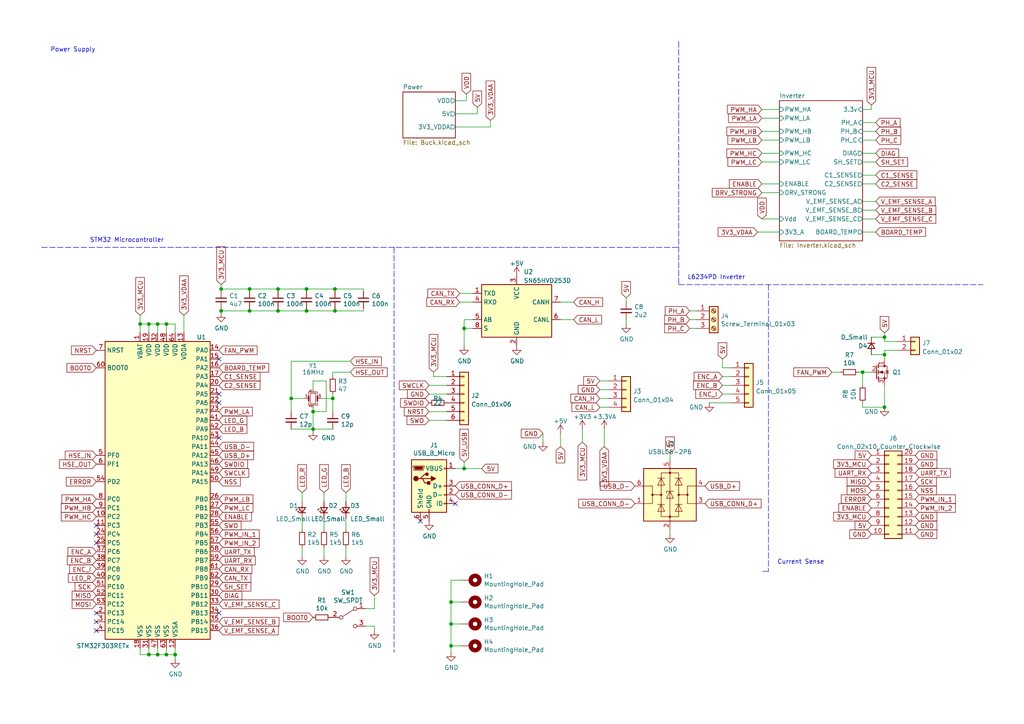
<source format=kicad_sch>
(kicad_sch (version 20211123) (generator eeschema)
  (paper "A4")
  (title_block (title "Brushless Controller") (date "2021-12-12") (rev "v1.0"))
  (junction (at 97.155 90.17))
  (junction (at 72.39 90.17))
  (junction (at 40.64 93.98))
  (junction (at 43.18 189.865))
  (junction (at 45.72 189.865))
  (junction (at 250.19 107.95))
  (junction (at 134.62 135.89))
  (junction (at 97.155 83.82))
  (junction (at 90.805 119.38))
  (junction (at 72.39 83.82))
  (junction (at 50.8 189.865))
  (junction (at 48.26 189.865))
  (junction (at 88.9 90.17))
  (junction (at 256.54 102.87))
  (junction (at 84.455 115.57))
  (junction (at 80.645 90.17))
  (junction (at 80.645 83.82))
  (junction (at 64.135 90.17))
  (junction (at 256.54 118.11))
  (junction (at 43.18 93.98))
  (junction (at 256.54 97.79))
  (junction (at 96.52 115.57))
  (junction (at 48.26 93.98))
  (junction (at 88.9 83.82))
  (junction (at 134.62 95.25))
  (junction (at 64.135 83.82))
  (junction (at 130.81 187.325))
  (junction (at 130.81 174.625))
  (junction (at 130.81 180.975))
  (junction (at 90.805 124.46))
  (junction (at 45.72 93.98))
  (no_connect (at 132.08 146.05))
  (no_connect (at 63.5 177.8))
  (no_connect (at 121.92 151.13))
  (no_connect (at 27.94 157.48))
  (no_connect (at 27.94 154.94))
  (no_connect (at 27.94 152.4))
  (no_connect (at 27.94 177.8))
  (no_connect (at 27.94 180.34))
  (no_connect (at 27.94 182.88))
  (no_connect (at 63.5 114.3))
  (no_connect (at 63.5 116.84))
  (no_connect (at 63.5 127))
  (no_connect (at 63.5 104.14))
  (wire (pts (xy 162.56 125.73) (xy 162.56 129.54)))
  (wire (pts (xy 130.81 168.275) (xy 133.985 168.275)))
  (wire (pts (xy 72.39 83.82) (xy 80.645 83.82)))
  (wire (pts (xy 40.64 93.98) (xy 40.64 96.52)))
  (wire (pts (xy 248.92 107.95) (xy 250.19 107.95)))
  (wire (pts (xy 157.48 125.73) (xy 157.48 128.27)))
  (wire (pts (xy 256.54 99.06) (xy 260.35 99.06)))
  (wire (pts (xy 43.18 187.96) (xy 43.18 189.865)))
  (wire (pts (xy 90.805 118.11) (xy 90.805 119.38)))
  (wire (pts (xy 108.585 182.88) (xy 108.585 181.61)))
  (wire (pts (xy 93.98 161.29) (xy 93.98 158.75)))
  (wire (pts (xy 45.72 93.98) (xy 45.72 96.52)))
  (wire (pts (xy 256.54 96.52) (xy 256.54 97.79)))
  (wire (pts (xy 40.64 91.44) (xy 40.64 93.98)))
  (wire (pts (xy 105.41 90.17) (xy 105.41 89.535)))
  (wire (pts (xy 250.19 111.76) (xy 250.19 107.95)))
  (wire (pts (xy 80.645 89.535) (xy 80.645 90.17)))
  (wire (pts (xy 250.19 63.5) (xy 254 63.5)))
  (wire (pts (xy 173.99 115.57) (xy 176.53 115.57)))
  (wire (pts (xy 101.6 107.95) (xy 96.52 107.95)))
  (wire (pts (xy 40.64 93.98) (xy 43.18 93.98)))
  (wire (pts (xy 135.255 27.305) (xy 135.255 29.21)))
  (wire (pts (xy 130.81 180.975) (xy 130.81 174.625)))
  (wire (pts (xy 252.73 97.79) (xy 256.54 97.79)))
  (wire (pts (xy 250.19 116.84) (xy 250.19 118.11)))
  (wire (pts (xy 142.24 34.925) (xy 142.24 36.83)))
  (wire (pts (xy 53.34 91.44) (xy 53.34 96.52)))
  (wire (pts (xy 90.805 125.095) (xy 90.805 124.46)))
  (wire (pts (xy 50.8 189.865) (xy 48.26 189.865)))
  (wire (pts (xy 175.26 124.46) (xy 175.26 129.54)))
  (wire (pts (xy 220.98 46.99) (xy 226.06 46.99)))
  (wire (pts (xy 90.805 119.38) (xy 90.805 124.46)))
  (wire (pts (xy 101.6 104.775) (xy 84.455 104.775)))
  (wire (pts (xy 205.74 116.84) (xy 212.09 116.84)))
  (wire (pts (xy 200.025 95.25) (xy 201.93 95.25)))
  (wire (pts (xy 181.61 86.36) (xy 181.61 87.63)))
  (wire (pts (xy 88.9 89.535) (xy 88.9 90.17)))
  (wire (pts (xy 100.33 161.29) (xy 100.33 158.75)))
  (wire (pts (xy 133.35 87.63) (xy 137.16 87.63)))
  (wire (pts (xy 88.9 90.17) (xy 80.645 90.17)))
  (wire (pts (xy 134.62 92.71) (xy 137.16 92.71)))
  (wire (pts (xy 219.71 67.31) (xy 226.06 67.31)))
  (wire (pts (xy 90.805 113.03) (xy 90.805 110.49)))
  (polyline (pts (xy 196.85 82.55) (xy 285.115 82.55)))
  (wire (pts (xy 220.98 55.88) (xy 226.06 55.88)))
  (wire (pts (xy 132.08 36.83) (xy 142.24 36.83)))
  (wire (pts (xy 250.19 67.31) (xy 254 67.31)))
  (wire (pts (xy 64.135 90.805) (xy 64.135 90.17)))
  (wire (pts (xy 220.98 34.29) (xy 226.06 34.29)))
  (wire (pts (xy 162.56 92.71) (xy 166.37 92.71)))
  (wire (pts (xy 220.98 53.34) (xy 226.06 53.34)))
  (wire (pts (xy 64.135 83.82) (xy 72.39 83.82)))
  (wire (pts (xy 94.615 110.49) (xy 94.615 119.38)))
  (wire (pts (xy 133.985 174.625) (xy 130.81 174.625)))
  (wire (pts (xy 220.98 38.1) (xy 226.06 38.1)))
  (wire (pts (xy 194.31 153.67) (xy 194.31 154.94)))
  (wire (pts (xy 133.985 187.325) (xy 130.81 187.325)))
  (wire (pts (xy 252.73 31.75) (xy 252.73 30.48)))
  (wire (pts (xy 256.54 101.6) (xy 260.35 101.6)))
  (wire (pts (xy 133.35 85.09) (xy 137.16 85.09)))
  (wire (pts (xy 209.55 114.3) (xy 212.09 114.3)))
  (wire (pts (xy 50.8 93.98) (xy 48.26 93.98)))
  (wire (pts (xy 90.805 124.46) (xy 96.52 124.46)))
  (wire (pts (xy 256.54 104.14) (xy 256.54 102.87)))
  (wire (pts (xy 252.73 102.87) (xy 256.54 102.87)))
  (wire (pts (xy 209.55 109.22) (xy 212.09 109.22)))
  (wire (pts (xy 250.19 46.99) (xy 254 46.99)))
  (wire (pts (xy 50.8 187.96) (xy 50.8 189.865)))
  (wire (pts (xy 173.99 113.03) (xy 176.53 113.03)))
  (wire (pts (xy 97.155 90.17) (xy 88.9 90.17)))
  (wire (pts (xy 220.98 40.64) (xy 226.06 40.64)))
  (wire (pts (xy 84.455 115.57) (xy 88.265 115.57)))
  (wire (pts (xy 130.81 187.325) (xy 130.81 180.975)))
  (wire (pts (xy 80.645 83.82) (xy 88.9 83.82)))
  (wire (pts (xy 241.3 107.95) (xy 243.84 107.95)))
  (wire (pts (xy 133.985 180.975) (xy 130.81 180.975)))
  (wire (pts (xy 105.41 83.82) (xy 97.155 83.82)))
  (wire (pts (xy 250.19 35.56) (xy 254 35.56)))
  (wire (pts (xy 45.72 187.96) (xy 45.72 189.865)))
  (wire (pts (xy 181.61 92.71) (xy 181.61 93.98)))
  (wire (pts (xy 94.615 119.38) (xy 90.805 119.38)))
  (wire (pts (xy 250.19 38.1) (xy 254 38.1)))
  (wire (pts (xy 87.63 142.875) (xy 87.63 145.415)))
  (wire (pts (xy 134.62 100.33) (xy 134.62 95.25)))
  (wire (pts (xy 88.9 83.82) (xy 88.9 84.455)))
  (wire (pts (xy 87.63 161.29) (xy 87.63 158.75)))
  (wire (pts (xy 87.63 153.67) (xy 87.63 150.495)))
  (wire (pts (xy 220.98 44.45) (xy 226.06 44.45)))
  (wire (pts (xy 256.54 102.87) (xy 256.54 101.6)))
  (wire (pts (xy 256.54 97.79) (xy 256.54 99.06)))
  (wire (pts (xy 256.54 118.11) (xy 250.19 118.11)))
  (wire (pts (xy 84.455 104.775) (xy 84.455 115.57)))
  (wire (pts (xy 50.8 191.135) (xy 50.8 189.865)))
  (polyline (pts (xy 222.885 165.735) (xy 220.98 165.735)))
  (wire (pts (xy 43.18 93.98) (xy 43.18 96.52)))
  (wire (pts (xy 84.455 119.38) (xy 84.455 115.57)))
  (wire (pts (xy 93.98 142.875) (xy 93.98 145.415)))
  (polyline (pts (xy 222.885 82.55) (xy 222.885 165.735)))
  (wire (pts (xy 134.62 135.89) (xy 139.7 135.89)))
  (wire (pts (xy 88.9 83.82) (xy 97.155 83.82)))
  (wire (pts (xy 96.52 107.95) (xy 96.52 109.22)))
  (wire (pts (xy 108.585 181.61) (xy 106.045 181.61)))
  (wire (pts (xy 168.91 124.46) (xy 168.91 128.27)))
  (wire (pts (xy 254 50.8) (xy 250.19 50.8)))
  (wire (pts (xy 250.19 31.75) (xy 252.73 31.75)))
  (wire (pts (xy 134.62 95.25) (xy 134.62 92.71)))
  (wire (pts (xy 50.8 96.52) (xy 50.8 93.98)))
  (wire (pts (xy 105.41 84.455) (xy 105.41 83.82)))
  (wire (pts (xy 64.135 83.82) (xy 64.135 84.455)))
  (wire (pts (xy 80.645 83.82) (xy 80.645 84.455)))
  (wire (pts (xy 84.455 124.46) (xy 90.805 124.46)))
  (wire (pts (xy 194.31 131.445) (xy 194.31 133.35)))
  (wire (pts (xy 124.46 111.76) (xy 129.54 111.76)))
  (wire (pts (xy 250.19 58.42) (xy 254 58.42)))
  (wire (pts (xy 43.18 189.865) (xy 40.64 189.865)))
  (wire (pts (xy 97.155 90.17) (xy 105.41 90.17)))
  (wire (pts (xy 250.19 60.96) (xy 254 60.96)))
  (wire (pts (xy 64.135 82.55) (xy 64.135 83.82)))
  (wire (pts (xy 130.81 174.625) (xy 130.81 168.275)))
  (wire (pts (xy 96.52 115.57) (xy 93.345 115.57)))
  (wire (pts (xy 134.62 133.985) (xy 134.62 135.89)))
  (wire (pts (xy 96.52 119.38) (xy 96.52 115.57)))
  (wire (pts (xy 100.33 153.67) (xy 100.33 150.495)))
  (wire (pts (xy 97.155 89.535) (xy 97.155 90.17)))
  (wire (pts (xy 209.55 104.14) (xy 209.55 106.68)))
  (wire (pts (xy 96.52 114.3) (xy 96.52 115.57)))
  (wire (pts (xy 72.39 83.82) (xy 72.39 84.455)))
  (wire (pts (xy 125.73 109.22) (xy 129.54 109.22)))
  (wire (pts (xy 138.43 31.115) (xy 138.43 33.02)))
  (wire (pts (xy 100.33 142.875) (xy 100.33 145.415)))
  (wire (pts (xy 209.55 111.76) (xy 212.09 111.76)))
  (wire (pts (xy 48.26 187.96) (xy 48.26 189.865)))
  (wire (pts (xy 162.56 87.63) (xy 166.37 87.63)))
  (wire (pts (xy 40.64 187.96) (xy 40.64 189.865)))
  (wire (pts (xy 220.98 63.5) (xy 226.06 63.5)))
  (wire (pts (xy 220.98 31.75) (xy 226.06 31.75)))
  (wire (pts (xy 250.19 40.64) (xy 254 40.64)))
  (wire (pts (xy 72.39 89.535) (xy 72.39 90.17)))
  (wire (pts (xy 125.73 107.95) (xy 125.73 109.22)))
  (wire (pts (xy 45.72 189.865) (xy 43.18 189.865)))
  (wire (pts (xy 90.805 110.49) (xy 94.615 110.49)))
  (wire (pts (xy 48.26 189.865) (xy 45.72 189.865)))
  (polyline (pts (xy 196.85 12.065) (xy 196.85 82.55)))
  (wire (pts (xy 124.46 114.3) (xy 129.54 114.3)))
  (wire (pts (xy 209.55 106.68) (xy 212.09 106.68)))
  (wire (pts (xy 124.46 121.92) (xy 129.54 121.92)))
  (wire (pts (xy 254 53.34) (xy 250.19 53.34)))
  (wire (pts (xy 108.585 176.53) (xy 106.045 176.53)))
  (wire (pts (xy 256.54 111.76) (xy 256.54 118.11)))
  (wire (pts (xy 108.585 172.72) (xy 108.585 176.53)))
  (wire (pts (xy 132.08 29.21) (xy 135.255 29.21)))
  (wire (pts (xy 200.025 92.71) (xy 201.93 92.71)))
  (wire (pts (xy 43.18 93.98) (xy 45.72 93.98)))
  (wire (pts (xy 93.98 153.67) (xy 93.98 150.495)))
  (wire (pts (xy 48.26 93.98) (xy 48.26 96.52)))
  (wire (pts (xy 173.99 118.11) (xy 176.53 118.11)))
  (wire (pts (xy 64.135 90.17) (xy 64.135 89.535)))
  (wire (pts (xy 132.08 33.02) (xy 138.43 33.02)))
  (wire (pts (xy 124.46 119.38) (xy 129.54 119.38)))
  (wire (pts (xy 173.99 110.49) (xy 176.53 110.49)))
  (wire (pts (xy 97.155 83.82) (xy 97.155 84.455)))
  (wire (pts (xy 200.025 90.17) (xy 201.93 90.17)))
  (wire (pts (xy 45.72 93.98) (xy 48.26 93.98)))
  (wire (pts (xy 134.62 95.25) (xy 137.16 95.25)))
  (wire (pts (xy 72.39 90.17) (xy 64.135 90.17)))
  (wire (pts (xy 250.19 107.95) (xy 252.73 107.95)))
  (wire (pts (xy 250.19 44.45) (xy 254 44.45)))
  (polyline (pts (xy 12.065 71.755) (xy 196.85 71.755)))
  (polyline (pts (xy 114.3 71.755) (xy 114.3 189.23)))
  (wire (pts (xy 132.08 135.89) (xy 134.62 135.89)))
  (wire (pts (xy 130.81 189.23) (xy 130.81 187.325)))
  (wire (pts (xy 80.645 90.17) (xy 72.39 90.17)))
  (text "STM32 Microcontroller" (at 26.035 70.485 0) (effects (font (size 1.27 1.27)) (justify left bottom)))
  (text "Current Sense" (at 225.425 163.83 0) (effects (font (size 1.27 1.27)) (justify left bottom)))
  (text "Power Supply\n" (at 14.605 15.24 0) (effects (font (size 1.27 1.27)) (justify left bottom)))
  (text "L6234PD Inverter" (at 199.39 81.28 0) (effects (font (size 1.27 1.27)) (justify left bottom)))
  (global_label "3V3_VDAA" (shape input) (at 53.34 91.44 90) (property "Intersheet References" "${INTERSHEET_REFS}" (effects hide)))
  (global_label "V_EMF_SENSE_A" (shape input) (at 254 58.42 0) (property "Intersheet References" "${INTERSHEET_REFS}" (effects hide)))
  (global_label "PH_C" (shape input) (at 200.025 95.25 180) (property "Intersheet References" "${INTERSHEET_REFS}" (effects hide)))
  (global_label "3V3_MCU" (shape input) (at 252.73 149.86 180) (property "Intersheet References" "${INTERSHEET_REFS}" (effects hide)))
  (global_label "GND" (shape input) (at 173.99 113.03 180) (property "Intersheet References" "${INTERSHEET_REFS}" (effects hide)))
  (global_label "MISO" (shape input) (at 27.94 172.72 180) (property "Intersheet References" "${INTERSHEET_REFS}" (effects hide)))
  (global_label "LED_R" (shape input) (at 27.94 167.64 180) (property "Intersheet References" "${INTERSHEET_REFS}" (effects hide)))
  (global_label "PH_C" (shape input) (at 254 40.64 0) (property "Intersheet References" "${INTERSHEET_REFS}" (effects hide)))
  (global_label "5V" (shape input) (at 138.43 31.115 90) (property "Intersheet References" "${INTERSHEET_REFS}" (effects hide)))
  (global_label "NSS" (shape input) (at 265.43 142.24 0) (property "Intersheet References" "${INTERSHEET_REFS}" (effects hide)))
  (global_label "MISO" (shape input) (at 252.73 139.7 180) (property "Intersheet References" "${INTERSHEET_REFS}" (effects hide)))
  (global_label "USB_D+" (shape input) (at 204.47 140.97 0) (property "Intersheet References" "${INTERSHEET_REFS}" (effects hide)))
  (global_label "SCK" (shape input) (at 27.94 170.18 180) (property "Intersheet References" "${INTERSHEET_REFS}" (effects hide)))
  (global_label "CAN_L" (shape input) (at 166.37 92.71 0) (property "Intersheet References" "${INTERSHEET_REFS}" (effects hide)))
  (global_label "SWDIO" (shape input) (at 63.5 134.62 0) (property "Intersheet References" "${INTERSHEET_REFS}" (effects hide)))
  (global_label "C1_SENSE" (shape input) (at 254 50.8 0) (property "Intersheet References" "${INTERSHEET_REFS}" (effects hide)))
  (global_label "UART_RX" (shape input) (at 63.5 162.56 0) (property "Intersheet References" "${INTERSHEET_REFS}" (effects hide)))
  (global_label "PWM_HA" (shape input) (at 220.98 31.75 180) (property "Intersheet References" "${INTERSHEET_REFS}" (effects hide)))
  (global_label "5V" (shape input) (at 252.73 152.4 180) (property "Intersheet References" "${INTERSHEET_REFS}" (effects hide)))
  (global_label "5V" (shape input) (at 252.73 132.08 180) (property "Intersheet References" "${INTERSHEET_REFS}" (effects hide)))
  (global_label "UART_TX" (shape input) (at 265.43 137.16 0) (property "Intersheet References" "${INTERSHEET_REFS}" (effects hide)))
  (global_label "V_EMF_SENSE_C" (shape input) (at 63.5 175.26 0) (property "Intersheet References" "${INTERSHEET_REFS}" (effects hide)))
  (global_label "VDD" (shape input) (at 135.255 27.305 90) (property "Intersheet References" "${INTERSHEET_REFS}" (effects hide)))
  (global_label "NRST" (shape input) (at 124.46 119.38 180) (property "Intersheet References" "${INTERSHEET_REFS}" (effects hide)))
  (global_label "USB_CONN_D-" (shape input) (at 184.15 146.05 180) (property "Intersheet References" "${INTERSHEET_REFS}" (effects hide)))
  (global_label "PWM_LC" (shape input) (at 220.98 46.99 180) (property "Intersheet References" "${INTERSHEET_REFS}" (effects hide)))
  (global_label "V_EMF_SENSE_C" (shape input) (at 254 63.5 0) (property "Intersheet References" "${INTERSHEET_REFS}" (effects hide)))
  (global_label "ENC_I" (shape input) (at 27.94 165.1 180) (property "Intersheet References" "${INTERSHEET_REFS}" (effects hide)))
  (global_label "PH_B" (shape input) (at 200.025 92.71 180) (property "Intersheet References" "${INTERSHEET_REFS}" (effects hide)))
  (global_label "V_EMF_SENSE_A" (shape input) (at 63.5 182.88 0) (property "Intersheet References" "${INTERSHEET_REFS}" (effects hide)))
  (global_label "GND" (shape input) (at 252.73 154.94 180) (property "Intersheet References" "${INTERSHEET_REFS}" (effects hide)))
  (global_label "BOOT0" (shape input) (at 27.94 106.68 180) (property "Intersheet References" "${INTERSHEET_REFS}" (effects hide)))
  (global_label "PWM_LA" (shape input) (at 63.5 119.38 0) (property "Intersheet References" "${INTERSHEET_REFS}" (effects hide)))
  (global_label "ENC_A" (shape input) (at 27.94 160.02 180) (property "Intersheet References" "${INTERSHEET_REFS}" (effects hide)))
  (global_label "PH_A" (shape input) (at 200.025 90.17 180) (property "Intersheet References" "${INTERSHEET_REFS}" (effects hide)))
  (global_label "LED_G" (shape input) (at 93.98 142.875 90) (property "Intersheet References" "${INTERSHEET_REFS}" (effects hide)))
  (global_label "3V3_VDAA" (shape input) (at 142.24 34.925 90) (property "Intersheet References" "${INTERSHEET_REFS}" (effects hide)))
  (global_label "CAN_RX" (shape input) (at 63.5 165.1 0) (property "Intersheet References" "${INTERSHEET_REFS}" (effects hide)))
  (global_label "DRV_STRONG" (shape input) (at 220.98 55.88 180) (property "Intersheet References" "${INTERSHEET_REFS}" (effects hide)))
  (global_label "5V_USB" (shape input) (at 134.62 133.985 90) (property "Intersheet References" "${INTERSHEET_REFS}" (effects hide)))
  (global_label "SH_SET" (shape input) (at 63.5 170.18 0) (property "Intersheet References" "${INTERSHEET_REFS}" (effects hide)))
  (global_label "GND" (shape input) (at 265.43 134.62 0) (property "Intersheet References" "${INTERSHEET_REFS}" (effects hide)))
  (global_label "GND" (shape input) (at 265.43 152.4 0) (property "Intersheet References" "${INTERSHEET_REFS}" (effects hide)))
  (global_label "ENABLE" (shape input) (at 252.73 147.32 180) (property "Intersheet References" "${INTERSHEET_REFS}" (effects hide)))
  (global_label "UART_RX" (shape input) (at 252.73 137.16 180) (property "Intersheet References" "${INTERSHEET_REFS}" (effects hide)))
  (global_label "PWM_IN_1" (shape input) (at 63.5 154.94 0) (property "Intersheet References" "${INTERSHEET_REFS}" (effects hide)))
  (global_label "SCK" (shape input) (at 265.43 139.7 0) (property "Intersheet References" "${INTERSHEET_REFS}" (effects hide)))
  (global_label "C2_SENSE" (shape input) (at 254 53.34 0) (property "Intersheet References" "${INTERSHEET_REFS}" (effects hide)))
  (global_label "USB_CONN_D+" (shape input) (at 204.47 146.05 0) (property "Intersheet References" "${INTERSHEET_REFS}" (effects hide)))
  (global_label "CAN_H" (shape input) (at 173.99 115.57 180) (property "Intersheet References" "${INTERSHEET_REFS}" (effects hide)))
  (global_label "LED_B" (shape input) (at 63.5 124.46 0) (property "Intersheet References" "${INTERSHEET_REFS}" (effects hide)))
  (global_label "3V3_MCU" (shape input) (at 168.91 128.27 270) (property "Intersheet References" "${INTERSHEET_REFS}" (effects hide)))
  (global_label "PWM_LB" (shape input) (at 63.5 144.78 0) (property "Intersheet References" "${INTERSHEET_REFS}" (effects hide)))
  (global_label "GND" (shape input) (at 265.43 154.94 0) (property "Intersheet References" "${INTERSHEET_REFS}" (effects hide)))
  (global_label "HSE_OUT" (shape input) (at 101.6 107.95 0) (property "Intersheet References" "${INTERSHEET_REFS}" (effects hide)))
  (global_label "PWM_IN_2" (shape input) (at 265.43 147.32 0) (property "Intersheet References" "${INTERSHEET_REFS}" (effects hide)))
  (global_label "5V" (shape input) (at 194.31 131.445 90) (property "Intersheet References" "${INTERSHEET_REFS}" (effects hide)))
  (global_label "ENABLE" (shape input) (at 220.98 53.34 180) (property "Intersheet References" "${INTERSHEET_REFS}" (effects hide)))
  (global_label "USB_CONN_D+" (shape input) (at 132.08 140.97 0) (property "Intersheet References" "${INTERSHEET_REFS}" (effects hide)))
  (global_label "BOARD_TEMP" (shape input) (at 254 67.31 0) (property "Intersheet References" "${INTERSHEET_REFS}" (effects hide)))
  (global_label "V_EMF_SENSE_B" (shape input) (at 63.5 180.34 0) (property "Intersheet References" "${INTERSHEET_REFS}" (effects hide)))
  (global_label "PWM_HB" (shape input) (at 27.94 147.32 180) (property "Intersheet References" "${INTERSHEET_REFS}" (effects hide)))
  (global_label "3V3_MCU" (shape input) (at 125.73 107.95 90) (property "Intersheet References" "${INTERSHEET_REFS}" (effects hide)))
  (global_label "CAN_H" (shape input) (at 166.37 87.63 0) (property "Intersheet References" "${INTERSHEET_REFS}" (effects hide)))
  (global_label "PWM_HC" (shape input) (at 27.94 149.86 180) (property "Intersheet References" "${INTERSHEET_REFS}" (effects hide)))
  (global_label "SWO" (shape input) (at 124.46 121.92 180) (property "Intersheet References" "${INTERSHEET_REFS}" (effects hide)))
  (global_label "CAN_TX" (shape input) (at 133.35 85.09 180) (property "Intersheet References" "${INTERSHEET_REFS}" (effects hide)))
  (global_label "5V" (shape input) (at 256.54 96.52 90) (property "Intersheet References" "${INTERSHEET_REFS}" (effects hide)))
  (global_label "3V3_MCU" (shape input) (at 108.585 172.72 90) (property "Intersheet References" "${INTERSHEET_REFS}" (effects hide)))
  (global_label "PWM_HB" (shape input) (at 220.98 38.1 180) (property "Intersheet References" "${INTERSHEET_REFS}" (effects hide)))
  (global_label "3V3_MCU" (shape input) (at 252.73 30.48 90) (property "Intersheet References" "${INTERSHEET_REFS}" (effects hide)))
  (global_label "LED_G" (shape input) (at 63.5 121.92 0) (property "Intersheet References" "${INTERSHEET_REFS}" (effects hide)))
  (global_label "ERROR" (shape input) (at 252.73 144.78 180) (property "Intersheet References" "${INTERSHEET_REFS}" (effects hide)))
  (global_label "SWCLK" (shape input) (at 63.5 137.16 0) (property "Intersheet References" "${INTERSHEET_REFS}" (effects hide)))
  (global_label "CAN_RX" (shape input) (at 133.35 87.63 180) (property "Intersheet References" "${INTERSHEET_REFS}" (effects hide)))
  (global_label "3V3_MCU" (shape input) (at 40.64 91.44 90) (property "Intersheet References" "${INTERSHEET_REFS}" (effects hide)))
  (global_label "PWM_HC" (shape input) (at 220.98 44.45 180) (property "Intersheet References" "${INTERSHEET_REFS}" (effects hide)))
  (global_label "LED_B" (shape input) (at 100.33 142.875 90) (property "Intersheet References" "${INTERSHEET_REFS}" (effects hide)))
  (global_label "PWM_LC" (shape input) (at 63.5 147.32 0) (property "Intersheet References" "${INTERSHEET_REFS}" (effects hide)))
  (global_label "SWO" (shape input) (at 63.5 152.4 0) (property "Intersheet References" "${INTERSHEET_REFS}" (effects hide)))
  (global_label "CAN_TX" (shape input) (at 63.5 167.64 0) (property "Intersheet References" "${INTERSHEET_REFS}" (effects hide)))
  (global_label "GND" (shape input) (at 265.43 149.86 0) (property "Intersheet References" "${INTERSHEET_REFS}" (effects hide)))
  (global_label "3V3_VDAA" (shape input) (at 175.26 129.54 270) (property "Intersheet References" "${INTERSHEET_REFS}" (effects hide)))
  (global_label "5V" (shape input) (at 162.56 129.54 270) (property "Intersheet References" "${INTERSHEET_REFS}" (effects hide)))
  (global_label "C1_SENSE" (shape input) (at 63.5 109.22 0) (property "Intersheet References" "${INTERSHEET_REFS}" (effects hide)))
  (global_label "3V3_VDAA" (shape input) (at 219.71 67.31 180) (property "Intersheet References" "${INTERSHEET_REFS}" (effects hide)))
  (global_label "GND" (shape input) (at 124.46 114.3 180) (property "Intersheet References" "${INTERSHEET_REFS}" (effects hide)))
  (global_label "UART_TX" (shape input) (at 63.5 160.02 0) (property "Intersheet References" "${INTERSHEET_REFS}" (effects hide)))
  (global_label "ENC_I" (shape input) (at 209.55 114.3 180) (property "Intersheet References" "${INTERSHEET_REFS}" (effects hide)))
  (global_label "VDD" (shape input) (at 220.98 63.5 90) (property "Intersheet References" "${INTERSHEET_REFS}" (effects hide)))
  (global_label "PH_A" (shape input) (at 254 35.56 0) (property "Intersheet References" "${INTERSHEET_REFS}" (effects hide)))
  (global_label "MOSI" (shape input) (at 252.73 142.24 180) (property "Intersheet References" "${INTERSHEET_REFS}" (effects hide)))
  (global_label "DIAG" (shape input) (at 254 44.45 0) (property "Intersheet References" "${INTERSHEET_REFS}" (effects hide)))
  (global_label "ENC_B" (shape input) (at 209.55 111.76 180) (property "Intersheet References" "${INTERSHEET_REFS}" (effects hide)))
  (global_label "HSE_OUT" (shape input) (at 27.94 134.62 180) (property "Intersheet References" "${INTERSHEET_REFS}" (effects hide)))
  (global_label "GND" (shape input) (at 157.48 125.73 180) (property "Intersheet References" "${INTERSHEET_REFS}" (effects hide)))
  (global_label "PWM_IN_1" (shape input) (at 265.43 144.78 0) (property "Intersheet References" "${INTERSHEET_REFS}" (effects hide)))
  (global_label "LED_R" (shape input) (at 87.63 142.875 90) (property "Intersheet References" "${INTERSHEET_REFS}" (effects hide)))
  (global_label "HSE_IN" (shape input) (at 27.94 132.08 180) (property "Intersheet References" "${INTERSHEET_REFS}" (effects hide)))
  (global_label "MOSI" (shape input) (at 27.94 175.26 180) (property "Intersheet References" "${INTERSHEET_REFS}" (effects hide)))
  (global_label "SWDIO" (shape input) (at 124.46 116.84 180) (property "Intersheet References" "${INTERSHEET_REFS}" (effects hide)))
  (global_label "3V3_MCU" (shape input) (at 64.135 82.55 90) (property "Intersheet References" "${INTERSHEET_REFS}" (effects hide)))
  (global_label "NRST" (shape input) (at 27.94 101.6 180) (property "Intersheet References" "${INTERSHEET_REFS}" (effects hide)))
  (global_label "PWM_IN_2" (shape input) (at 63.5 157.48 0) (property "Intersheet References" "${INTERSHEET_REFS}" (effects hide)))
  (global_label "CAN_L" (shape input) (at 173.99 118.11 180) (property "Intersheet References" "${INTERSHEET_REFS}" (effects hide)))
  (global_label "PH_B" (shape input) (at 254 38.1 0) (property "Intersheet References" "${INTERSHEET_REFS}" (effects hide)))
  (global_label "SWCLK" (shape input) (at 124.46 111.76 180) (property "Intersheet References" "${INTERSHEET_REFS}" (effects hide)))
  (global_label "GND" (shape input) (at 265.43 132.08 0) (property "Intersheet References" "${INTERSHEET_REFS}" (effects hide)))
  (global_label "USB_D+" (shape input) (at 63.5 132.08 0) (property "Intersheet References" "${INTERSHEET_REFS}" (effects hide)))
  (global_label "5V" (shape input) (at 181.61 86.36 90) (property "Intersheet References" "${INTERSHEET_REFS}" (effects hide)))
  (global_label "PWM_LB" (shape input) (at 220.98 40.64 180) (property "Intersheet References" "${INTERSHEET_REFS}" (effects hide)))
  (global_label "ERROR" (shape input) (at 27.94 139.7 180) (property "Intersheet References" "${INTERSHEET_REFS}" (effects hide)))
  (global_label "3V3_MCU" (shape input) (at 252.73 134.62 180) (property "Intersheet References" "${INTERSHEET_REFS}" (effects hide)))
  (global_label "DIAG" (shape input) (at 63.5 172.72 0) (property "Intersheet References" "${INTERSHEET_REFS}" (effects hide)))
  (global_label "V_EMF_SENSE_B" (shape input) (at 254 60.96 0) (property "Intersheet References" "${INTERSHEET_REFS}" (effects hide)))
  (global_label "FAN_PWM" (shape input) (at 63.5 101.6 0) (property "Intersheet References" "${INTERSHEET_REFS}" (effects hide)))
  (global_label "HSE_IN" (shape input) (at 101.6 104.775 0) (property "Intersheet References" "${INTERSHEET_REFS}" (effects hide)))
  (global_label "USB_D-" (shape input) (at 184.15 140.97 180) (property "Intersheet References" "${INTERSHEET_REFS}" (effects hide)))
  (global_label "ENABLE" (shape input) (at 63.5 149.86 0) (property "Intersheet References" "${INTERSHEET_REFS}" (effects hide)))
  (global_label "USB_D-" (shape input) (at 63.5 129.54 0) (property "Intersheet References" "${INTERSHEET_REFS}" (effects hide)))
  (global_label "FAN_PWM" (shape input) (at 241.3 107.95 180) (property "Intersheet References" "${INTERSHEET_REFS}" (effects hide)))
  (global_label "5V" (shape input) (at 209.55 104.14 90) (property "Intersheet References" "${INTERSHEET_REFS}" (effects hide)))
  (global_label "5V" (shape input) (at 139.7 135.89 0) (property "Intersheet References" "${INTERSHEET_REFS}" (effects hide)))
  (global_label "BOARD_TEMP" (shape input) (at 63.5 106.68 0) (property "Intersheet References" "${INTERSHEET_REFS}" (effects hide)))
  (global_label "PWM_HA" (shape input) (at 27.94 144.78 180) (property "Intersheet References" "${INTERSHEET_REFS}" (effects hide)))
  (global_label "5V" (shape input) (at 173.99 110.49 180) (property "Intersheet References" "${INTERSHEET_REFS}" (effects hide)))
  (global_label "PWM_LA" (shape input) (at 220.98 34.29 180) (property "Intersheet References" "${INTERSHEET_REFS}" (effects hide)))
  (global_label "ENC_B" (shape input) (at 27.94 162.56 180) (property "Intersheet References" "${INTERSHEET_REFS}" (effects hide)))
  (global_label "NSS" (shape input) (at 63.5 139.7 0) (property "Intersheet References" "${INTERSHEET_REFS}" (effects hide)))
  (global_label "ENC_A" (shape input) (at 209.55 109.22 180) (property "Intersheet References" "${INTERSHEET_REFS}" (effects hide)))
  (global_label "BOOT0" (shape input) (at 90.805 179.07 180) (property "Intersheet References" "${INTERSHEET_REFS}" (effects hide)))
  (global_label "USB_CONN_D-" (shape input) (at 132.08 143.51 0) (property "Intersheet References" "${INTERSHEET_REFS}" (effects hide)))
  (global_label "SH_SET" (shape input) (at 254 46.99 0) (property "Intersheet References" "${INTERSHEET_REFS}" (effects hide)))
  (global_label "C2_SENSE" (shape input) (at 63.5 111.76 0) (property "Intersheet References" "${INTERSHEET_REFS}" (effects hide)))
  (symbol (lib_id "Device:C_Small") (at 64.135 86.995 0) (unit 1)
    (property "Reference" "C1" (at 66.4718 85.8266 0) (effects (justify left)))
    (property "Value" "4u7" (at 66.4718 88.138 0) (effects (justify left)))
    (property "Footprint" "Capacitor_SMD:C_0603_1608Metric" (effects hide))
  )
  (symbol (lib_id "Device:C_Small") (at 72.39 86.995 0) (unit 1)
    (property "Reference" "C2" (at 74.7268 85.8266 0) (effects (justify left)))
    (property "Value" "100n" (at 74.7268 88.138 0) (effects (justify left)))
    (property "Footprint" "Capacitor_SMD:C_0402_1005Metric" (effects hide))
  )
  (symbol (lib_id "Device:C_Small") (at 80.645 86.995 0) (unit 1)
    (property "Reference" "C3" (at 82.9818 85.8266 0) (effects (justify left)))
    (property "Value" "100n" (at 82.9818 88.138 0) (effects (justify left)))
    (property "Footprint" "Capacitor_SMD:C_0402_1005Metric" (effects hide))
  )
  (symbol (lib_id "Device:C_Small") (at 88.9 86.995 0) (unit 1)
    (property "Reference" "C4" (at 91.2368 85.8266 0) (effects (justify left)))
    (property "Value" "100n" (at 91.2368 88.138 0) (effects (justify left)))
    (property "Footprint" "Capacitor_SMD:C_0402_1005Metric" (effects hide))
  )
  (symbol (lib_id "Device:C_Small") (at 97.155 86.995 0) (unit 1)
    (property "Reference" "C5" (at 99.4918 85.8266 0) (effects (justify left)))
    (property "Value" "100n" (at 99.4918 88.138 0) (effects (justify left)))
    (property "Footprint" "Capacitor_SMD:C_0402_1005Metric" (effects hide))
  )
  (symbol (lib_id "power:GND") (at 64.135 90.805 0) (unit 1)
    (property "Reference" "#PWR0116" (effects hide))
    (property "Value" "GND" (at 64.262 95.1992 0))
  )
  (symbol (lib_id "Device:Crystal_GND24_Small") (at 90.805 115.57 0) (unit 1)
    (property "Reference" "Y1" (at 89.535 106.045 0) (effects (justify left)))
    (property "Value" "16MHz" (at 87.63 107.95 0) (effects (justify left)))
    (property "Footprint" "Crystal:Crystal_SMD_3225-4Pin_3.2x2.5mm" (effects hide))
  )
  (symbol (lib_id "Device:C_Small") (at 84.455 121.92 0) (unit 1)
    (property "Reference" "C7" (at 86.7918 120.7516 0) (effects (justify left)))
    (property "Value" "12p" (at 86.7918 123.063 0) (effects (justify left)))
    (property "Footprint" "Capacitor_SMD:C_0402_1005Metric" (effects hide))
  )
  (symbol (lib_id "Device:C_Small") (at 96.52 121.92 0) (unit 1)
    (property "Reference" "C9" (at 98.8568 120.7516 0) (effects (justify left)))
    (property "Value" "12p" (at 98.8568 123.063 0) (effects (justify left)))
    (property "Footprint" "Capacitor_SMD:C_0402_1005Metric" (effects hide))
  )
  (symbol (lib_id "power:GND") (at 90.805 125.095 0) (unit 1)
    (property "Reference" "#PWR0120" (effects hide))
    (property "Value" "GND" (at 95.25 127 0))
  )
  (symbol (lib_id "Device:R_Small") (at 96.52 111.76 0) (unit 1)
    (property "Reference" "R3" (at 98.0186 110.5916 0) (effects (justify left)))
    (property "Value" "47" (at 98.0186 112.903 0) (effects (justify left)))
    (property "Footprint" "Resistor_SMD:R_0402_1005Metric" (effects hide))
  )
  (symbol (lib_id "Switch:SW_SPDT") (at 100.965 179.07 0) (unit 1)
    (property "Reference" "SW1" (at 100.965 171.831 0))
    (property "Value" "SW_SPDT" (at 100.965 174.1424 0))
    (property "Footprint" "Button_Switch_SMD:SW_SPDT_PCM12" (effects hide))
  )
  (symbol (lib_id "Device:R_Small") (at 93.345 179.07 90) (unit 1)
    (property "Reference" "R1" (at 93.345 174.0916 90))
    (property "Value" "10k" (at 93.345 176.403 90))
    (property "Footprint" "Resistor_SMD:R_0402_1005Metric" (effects hide))
  )
  (symbol (lib_id "power:GND") (at 108.585 182.88 0) (unit 1)
    (property "Reference" "#PWR0133" (effects hide))
    (property "Value" "GND" (at 108.712 187.2742 0))
  )
  (symbol (lib_id "Device:R_Small") (at 127 116.84 90) (unit 1)
    (property "Reference" "R4" (at 127 115.57 90))
    (property "Value" "22" (at 127 116.84 90))
    (property "Footprint" "Resistor_SMD:R_0402_1005Metric" (effects hide))
  )
  (symbol (lib_id "power:GND") (at 194.31 154.94 0) (unit 1)
    (property "Reference" "#PWR0142" (effects hide))
    (property "Value" "GND" (at 194.437 159.3342 0))
  )
  (symbol (lib_id "Connector:USB_B_Micro") (at 124.46 140.97 0) (unit 1)
    (property "Reference" "J1" (at 125.9078 129.1082 0))
    (property "Value" "USB_B_Micro" (at 125.9078 131.4196 0))
    (property "Footprint" "Connector_USB:USB_Micro-B_Amphenol_10118194_Horizontal" (effects hide))
  )
  (symbol (lib_id "power:GND") (at 124.46 151.13 0) (unit 1)
    (property "Reference" "#PWR0127" (effects hide))
    (property "Value" "GND" (at 124.587 155.5242 0))
  )
  (symbol (lib_id "Power_Protection:USBLC6-2P6") (at 194.31 143.51 0) (unit 1)
    (property "Reference" "U3" (at 194.31 128.7526 0))
    (property "Value" "USBLC6-2P6" (at 194.31 131.064 0))
    (property "Footprint" "Package_TO_SOT_SMD:SOT-666" (effects hide))
    (property "Datasheet" "https://www.st.com/resource/en/datasheet/usblc6-2.pdf" (effects hide))
  )
  (symbol (lib_id "Mechanical:MountingHole_Pad") (at 136.525 168.275 270) (unit 1)
    (property "Reference" "H1" (at 140.335 167.1066 90) (effects (justify left)))
    (property "Value" "MountingHole_Pad" (at 140.335 169.418 90) (effects (justify left)))
    (property "Footprint" "MountingHole:MountingHole_4.3mm_M4_Pad" (effects hide))
  )
  (symbol (lib_id "Mechanical:MountingHole_Pad") (at 136.525 174.625 270) (unit 1)
    (property "Reference" "H2" (at 140.335 173.4566 90) (effects (justify left)))
    (property "Value" "MountingHole_Pad" (at 140.335 175.768 90) (effects (justify left)))
    (property "Footprint" "MountingHole:MountingHole_4.3mm_M4_Pad" (effects hide))
  )
  (symbol (lib_id "Mechanical:MountingHole_Pad") (at 136.525 180.975 270) (unit 1)
    (property "Reference" "H3" (at 140.335 179.8066 90) (effects (justify left)))
    (property "Value" "MountingHole_Pad" (at 140.335 182.118 90) (effects (justify left)))
    (property "Footprint" "MountingHole:MountingHole_4.3mm_M4_Pad" (effects hide))
  )
  (symbol (lib_id "Mechanical:MountingHole_Pad") (at 136.525 187.325 270) (unit 1)
    (property "Reference" "H4" (at 140.335 186.1566 90) (effects (justify left)))
    (property "Value" "MountingHole_Pad" (at 140.335 188.468 90) (effects (justify left)))
    (property "Footprint" "MountingHole:MountingHole_4.3mm_M4_Pad" (effects hide))
  )
  (symbol (lib_id "power:GND") (at 130.81 189.23 0) (unit 1)
    (property "Reference" "#PWR0130" (effects hide))
    (property "Value" "GND" (at 130.937 193.6242 0))
  )
  (symbol (lib_id "Connector:Screw_Terminal_01x03") (at 207.01 92.71 0) (unit 1)
    (property "Reference" "J4" (at 209.042 91.6432 0) (effects (justify left)))
    (property "Value" "Screw_Terminal_01x03" (at 209.042 93.9546 0) (effects (justify left)))
    (property "Footprint" "TerminalBlock_Phoenix:TerminalBlock_Phoenix_PT-1,5-3-5.0-H_1x03_P5.00mm_Horizontal" (effects hide))
  )
  (symbol (lib_id "power:GND") (at 50.8 191.135 0) (unit 1)
    (property "Reference" "#PWR01" (effects hide))
    (property "Value" "GND" (at 50.927 195.5292 0))
  )
  (symbol (lib_id "MCU_ST_STM32F3:STM32F303RETx") (at 45.72 142.24 0) (unit 1)
    (property "Reference" "U1" (at 58.42 97.79 0))
    (property "Value" "STM32F303RETx" (at 29.845 187.325 0))
    (property "Footprint" "Package_QFP:LQFP-64_10x10mm_P0.5mm" (effects hide))
    (property "Datasheet" "http://www.st.com/st-web-ui/static/active/en/resource/technical/document/datasheet/DM00118585.pdf" (effects hide))
  )
  (symbol (lib_id "Device:C_Small") (at 105.41 86.995 0) (unit 1)
    (property "Reference" "C6" (at 107.7468 85.8266 0) (effects (justify left)))
    (property "Value" "100n" (at 107.7468 88.138 0) (effects (justify left)))
    (property "Footprint" "Capacitor_SMD:C_0402_1005Metric" (effects hide))
  )
  (symbol (lib_id "Device:R_Small") (at 246.38 107.95 90) (unit 1)
    (property "Reference" "R7" (at 246.38 102.9716 90))
    (property "Value" "10k" (at 246.38 105.283 90))
    (property "Footprint" "Resistor_SMD:R_0402_1005Metric" (effects hide))
  )
  (symbol (lib_id "Connector_Generic:Conn_01x04") (at 181.61 113.03 0) (unit 1)
    (property "Reference" "J3" (at 183.642 113.4653 0) (effects (justify left)))
    (property "Value" "Conn_01x04" (at 183.642 116.0022 0) (effects (justify left)))
  )
  (symbol (lib_id "power:GND") (at 205.74 116.84 0) (unit 1)
    (property "Reference" "#PWR08" (effects hide))
    (property "Value" "GND" (at 201.93 118.11 0))
  )
  (symbol (lib_id "Device:D_Small") (at 252.73 100.33 270) (unit 1)
    (property "Reference" "D4" (at 248.92 100.33 90) (effects (justify left)))
    (property "Value" "D_Small" (at 243.84 97.79 90) (effects (justify left)))
  )
  (symbol (lib_id "power:+3.3V") (at 168.91 124.46 0) (unit 1)
    (property "Reference" "#PWR034" (effects hide))
    (property "Value" "+3.3V" (at 168.91 120.8842 0))
  )
  (symbol (lib_id "Device:R_Small") (at 100.33 156.21 0) (unit 1)
    (property "Reference" "R6" (at 101.8286 155.0416 0) (effects (justify left)))
    (property "Value" "1k5" (at 101.8286 157.353 0) (effects (justify left)))
    (property "Footprint" "Resistor_SMD:R_0603_1608Metric" (effects hide))
  )
  (symbol (lib_id "Device:C_Small") (at 181.61 90.17 0) (unit 1)
    (property "Reference" "C8" (at 183.9468 89.0016 0) (effects (justify left)))
    (property "Value" "2u2" (at 183.9468 91.313 0) (effects (justify left)))
    (property "Footprint" "Capacitor_SMD:C_0402_1005Metric" (effects hide))
  )
  (symbol (lib_id "power:GND") (at 87.63 161.29 0) (unit 1)
    (property "Reference" "#PWR02" (effects hide))
    (property "Value" "GND" (at 87.757 165.6842 0))
  )
  (symbol (lib_id "power:GND") (at 181.61 93.98 0) (unit 1)
    (property "Reference" "#PWR07" (effects hide))
    (property "Value" "GND" (at 181.737 98.3742 0))
  )
  (symbol (lib_id "Connector_Generic:Conn_01x05") (at 217.17 111.76 0) (unit 1)
    (property "Reference" "J5" (at 219.202 110.9253 0) (effects (justify left)))
    (property "Value" "Conn_01x05" (at 219.202 113.4622 0) (effects (justify left)))
  )
  (symbol (lib_id "Connector_Generic:Conn_01x02") (at 265.43 99.06 0) (unit 1)
    (property "Reference" "J7" (at 267.462 99.4953 0) (effects (justify left)))
    (property "Value" "Conn_01x02" (at 267.462 102.0322 0) (effects (justify left)))
  )
  (symbol (lib_id "power:+5V") (at 149.86 80.01 0) (unit 1)
    (property "Reference" "#PWR0102" (effects hide))
    (property "Value" "+5V" (at 149.86 76.4342 0))
  )
  (symbol (lib_id "MyLibrary:NMOS_Small") (at 254 107.95 0) (unit 1)
    (property "Reference" "Q1" (at 258.7752 107.95 0) (effects (justify left)))
    (property "Value" "BSC022N04LSATMA1" (effects hide))
  )
  (symbol (lib_id "power:GND") (at 157.48 128.27 0) (unit 1)
    (property "Reference" "#PWR0101" (effects hide))
    (property "Value" "GND" (at 153.67 129.54 0))
  )
  (symbol (lib_id "power:GND") (at 134.62 100.33 0) (unit 1)
    (property "Reference" "#PWR05" (effects hide))
    (property "Value" "GND" (at 134.747 104.7242 0))
  )
  (symbol (lib_id "Device:LED_Small") (at 93.98 147.955 90) (unit 1)
    (property "Reference" "D2" (at 95.25 146.685 90) (effects (justify right)))
    (property "Value" "LED_Small" (at 90.17 150.495 90) (effects (justify right)))
    (property "Footprint" "LED_SMD:LED_0603_1608Metric" (effects hide))
  )
  (symbol (lib_id "Mylibrary:SN65HVD253D") (at 149.86 90.17 0) (unit 1)
    (property "Reference" "U2" (at 151.8794 78.8502 0) (effects (justify left)))
    (property "Value" "SN65HVD253D" (at 151.8794 81.3871 0) (effects (justify left)))
    (property "Footprint" "Package_SO:SOIC-8_3.9x4.9mm_P1.27mm" (effects hide))
  )
  (symbol (lib_id "power:+3.3VA") (at 175.26 124.46 0) (unit 1)
    (property "Reference" "#PWR035" (effects hide))
    (property "Value" "+3.3VA" (at 175.26 120.8842 0))
  )
  (symbol (lib_id "Device:R_Small") (at 250.19 114.3 180) (unit 1)
    (property "Reference" "R8" (at 245.2116 114.3 90))
    (property "Value" "10k" (at 247.523 114.3 90))
    (property "Footprint" "Resistor_SMD:R_0402_1005Metric" (effects hide))
  )
  (symbol (lib_id "power:GND") (at 100.33 161.29 0) (unit 1)
    (property "Reference" "#PWR04" (effects hide))
    (property "Value" "GND" (at 100.457 165.6842 0))
  )
  (symbol (lib_id "power:+5V") (at 162.56 125.73 0) (unit 1)
    (property "Reference" "#PWR033" (effects hide))
    (property "Value" "+5V" (at 162.56 122.1542 0))
  )
  (symbol (lib_id "power:GND") (at 93.98 161.29 0) (unit 1)
    (property "Reference" "#PWR03" (effects hide))
    (property "Value" "GND" (at 94.107 165.6842 0))
  )
  (symbol (lib_id "Device:LED_Small") (at 100.33 147.955 90) (unit 1)
    (property "Reference" "D3" (at 101.6 146.685 90) (effects (justify right)))
    (property "Value" "LED_Small" (at 101.6 150.495 90) (effects (justify right)))
    (property "Footprint" "LED_SMD:LED_0603_1608Metric" (effects hide))
  )
  (symbol (lib_id "power:GND") (at 256.54 118.11 0) (unit 1)
    (property "Reference" "#PWR09" (effects hide))
    (property "Value" "GND" (at 252.73 119.38 0))
  )
  (symbol (lib_id "Connector_Generic:Conn_01x06") (at 134.62 114.3 0) (unit 1)
    (property "Reference" "J2" (at 136.652 114.7353 0) (effects (justify left)))
    (property "Value" "Conn_01x06" (at 136.652 117.2722 0) (effects (justify left)))
  )
  (symbol (lib_id "power:GND") (at 149.86 100.33 0) (unit 1)
    (property "Reference" "#PWR06" (effects hide))
    (property "Value" "GND" (at 149.987 104.7242 0))
  )
  (symbol (lib_id "Device:R_Small") (at 93.98 156.21 0) (unit 1)
    (property "Reference" "R5" (at 95.4786 155.0416 0) (effects (justify left)))
    (property "Value" "1k5" (at 95.4786 157.353 0) (effects (justify left)))
    (property "Footprint" "Resistor_SMD:R_0603_1608Metric" (effects hide))
  )
  (symbol (lib_id "Device:R_Small") (at 87.63 156.21 0) (unit 1)
    (property "Reference" "R2" (at 89.1286 155.0416 0) (effects (justify left)))
    (property "Value" "1k5" (at 89.1286 157.353 0) (effects (justify left)))
    (property "Footprint" "Resistor_SMD:R_0603_1608Metric" (effects hide))
  )
  (symbol (lib_id "Connector_Generic:Conn_02x10_Counter_Clockwise") (at 257.81 142.24 0) (unit 1)
    (property "Reference" "J6" (at 259.08 127.1102 0))
    (property "Value" "Conn_02x10_Counter_Clockwise" (at 257.81 129.54 0))
  )
  (symbol (lib_id "Device:LED_Small") (at 87.63 147.955 90) (unit 1)
    (property "Reference" "D1" (at 83.82 146.685 90) (effects (justify right)))
    (property "Value" "LED_Small" (at 80.01 150.495 90) (effects (justify right)))
    (property "Footprint" "LED_SMD:LED_0603_1608Metric" (effects hide))
  )
  (sheet (at 226.06 29.21) (size 24.13 40.64)
    (property "Sheet name" "Inverter" (at 226.06 28.4984 0) (effects (justify left bottom)))
    (property "Sheet file" "Inverter.kicad_sch" (at 226.06 70.4346 0) (effects (justify left top)))
    (pin "PWM_HA" input (at 226.06 31.75 180))
    (pin "PWM_LA" input (at 226.06 34.29 180))
    (pin "PWM_HB" input (at 226.06 38.1 180))
    (pin "PWM_LB" input (at 226.06 40.64 180))
    (pin "PWM_HC" input (at 226.06 44.45 180))
    (pin "PWM_LC" input (at 226.06 46.99 180))
    (pin "PH_C" input (at 250.19 40.64 0))
    (pin "PH_B" input (at 250.19 38.1 0))
    (pin "PH_A" input (at 250.19 35.56 0))
    (pin "3.3v" input (at 250.19 31.75 0))
    (pin "ENABLE" input (at 226.06 53.34 180))
    (pin "SH_SET" output (at 250.19 46.99 0))
    (pin "DIAG" output (at 250.19 44.45 0))
    (pin "DRV_STRONG" input (at 226.06 55.88 180))
    (pin "V_EMF_SENSE_A" output (at 250.19 58.42 0))
    (pin "V_EMF_SENSE_C" output (at 250.19 63.5 0))
    (pin "V_EMF_SENSE_B" output (at 250.19 60.96 0))
    (pin "C1_SENSE" output (at 250.19 50.8 0))
    (pin "C2_SENSE" output (at 250.19 53.34 0))
    (pin "BOARD_TEMP" output (at 250.19 67.31 0))
    (pin "Vdd" input (at 226.06 63.5 180))
    (pin "3V3_A" input (at 226.06 67.31 180))
  )
  (sheet (at 116.84 26.67) (size 15.24 13.335) (stroke (width 0.1524))
    (property "Sheet name" "Power" (at 116.84 25.9584 0) (effects (justify left bottom)))
    (property "Sheet file" "Buck.kicad_sch" (at 116.84 40.5896 0) (effects (justify left top)))
    (pin "VDD" output (at 132.08 29.21 0))
    (pin "5V" output (at 132.08 33.02 0))
    (pin "3V3_VDDA" output (at 132.08 36.83 0))
  )
)
</source>
